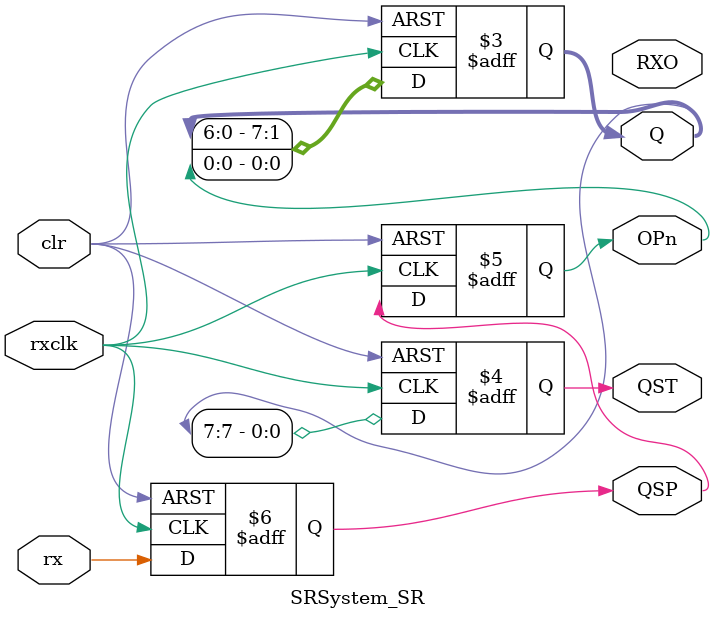
<source format=v>

module SRSystem_SR(rxclk,rx,clr,QST,OPn,QSP,RXO,Q);
input wire rx,clr,rxclk;//rx == din
output wire RXO;
output reg QST,OPn,QSP;
output reg [7:0] Q;

always@(posedge rxclk or negedge clr)
begin
	if(clr == 0)
	{QSP,OPn,Q,QST}<=0;
	else
	{QSP,OPn,Q[0],Q[1],Q[2],Q[3],Q[4],Q[5],Q[6],Q[7],QST}<={rx,QSP,OPn,Q[0],Q[1],Q[2],Q[3],Q[4],Q[5],Q[6],Q[7]};
end

endmodule
</source>
